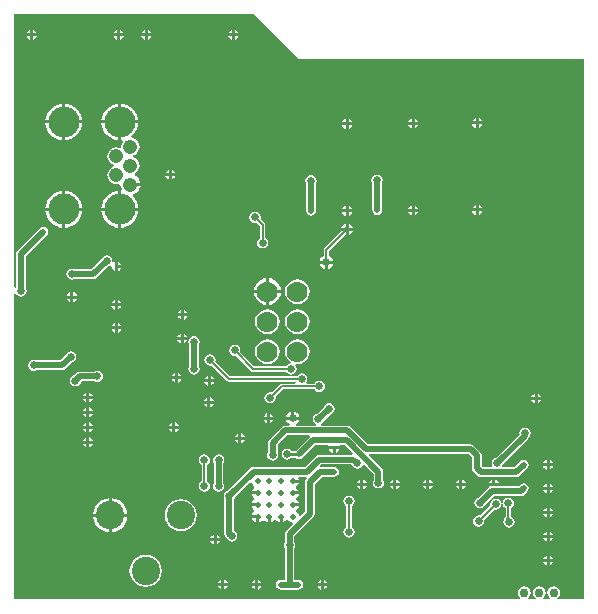
<source format=gbl>
G04*
G04 #@! TF.GenerationSoftware,Altium Limited,Altium Designer,19.1.8 (144)*
G04*
G04 Layer_Physical_Order=2*
G04 Layer_Color=16711680*
%FSLAX25Y25*%
%MOIN*%
G70*
G01*
G75*
%ADD12C,0.00600*%
%ADD14C,0.01000*%
%ADD16C,0.00000*%
%ADD66C,0.02000*%
%ADD67C,0.09449*%
%ADD68C,0.07000*%
%ADD69C,0.10299*%
%ADD70O,0.10299X0.10299*%
%ADD71C,0.04756*%
%ADD72C,0.02500*%
%ADD73C,0.03000*%
%ADD74C,0.02000*%
%ADD75C,0.01968*%
%ADD76C,0.01378*%
G36*
X95000Y180000D02*
X190000D01*
Y0D01*
X181187D01*
X181036Y500D01*
X181314Y686D01*
X181778Y1381D01*
X181941Y2200D01*
X181778Y3019D01*
X181314Y3714D01*
X180619Y4178D01*
X179800Y4341D01*
X178981Y4178D01*
X178286Y3714D01*
X177822Y3019D01*
X177659Y2200D01*
X177822Y1381D01*
X178286Y686D01*
X178564Y500D01*
X178413Y0D01*
X176387D01*
X176236Y500D01*
X176514Y686D01*
X176978Y1381D01*
X177141Y2200D01*
X176978Y3019D01*
X176514Y3714D01*
X175819Y4178D01*
X175000Y4341D01*
X174181Y4178D01*
X173486Y3714D01*
X173022Y3019D01*
X172859Y2200D01*
X173022Y1381D01*
X173486Y686D01*
X173764Y500D01*
X173613Y0D01*
X171352D01*
X171200Y500D01*
X171479Y686D01*
X171943Y1381D01*
X172106Y2200D01*
X171943Y3019D01*
X171479Y3714D01*
X170784Y4178D01*
X169965Y4341D01*
X169145Y4178D01*
X168450Y3714D01*
X167986Y3019D01*
X167823Y2200D01*
X167986Y1381D01*
X168450Y686D01*
X168729Y500D01*
X168577Y0D01*
X0D01*
Y101831D01*
X251Y101912D01*
X500Y101914D01*
X866Y101366D01*
X1478Y100957D01*
X2200Y100814D01*
X2922Y100957D01*
X3534Y101366D01*
X3943Y101978D01*
X4086Y102700D01*
X3943Y103422D01*
X3831Y103588D01*
Y114424D01*
X10753Y121346D01*
X11107Y121876D01*
X11231Y122500D01*
X11107Y123124D01*
X10753Y123653D01*
X10224Y124007D01*
X9600Y124131D01*
X8976Y124007D01*
X8446Y123653D01*
X1046Y116253D01*
X693Y115724D01*
X569Y115100D01*
Y103958D01*
X500Y103857D01*
X140Y103957D01*
X0Y104069D01*
Y195000D01*
X80000D01*
X95000Y180000D01*
D02*
G37*
%LPC*%
G36*
X73526Y189800D02*
Y188677D01*
X74649D01*
X74617Y188836D01*
X74244Y189395D01*
X73685Y189768D01*
X73526Y189800D01*
D02*
G37*
G36*
X72526D02*
X72367Y189768D01*
X71808Y189395D01*
X71435Y188836D01*
X71403Y188677D01*
X72526D01*
Y189800D01*
D02*
G37*
G36*
X44526D02*
Y188677D01*
X45649D01*
X45617Y188836D01*
X45244Y189395D01*
X44685Y189768D01*
X44526Y189800D01*
D02*
G37*
G36*
X43526D02*
X43367Y189768D01*
X42808Y189395D01*
X42435Y188836D01*
X42403Y188677D01*
X43526D01*
Y189800D01*
D02*
G37*
G36*
X35326D02*
Y188677D01*
X36449D01*
X36417Y188836D01*
X36044Y189395D01*
X35485Y189768D01*
X35326Y189800D01*
D02*
G37*
G36*
X34326D02*
X34167Y189768D01*
X33608Y189395D01*
X33235Y188836D01*
X33203Y188677D01*
X34326D01*
Y189800D01*
D02*
G37*
G36*
X6326D02*
Y188677D01*
X7449D01*
X7417Y188836D01*
X7044Y189395D01*
X6485Y189768D01*
X6326Y189800D01*
D02*
G37*
G36*
X5326D02*
X5167Y189768D01*
X4608Y189395D01*
X4235Y188836D01*
X4203Y188677D01*
X5326D01*
Y189800D01*
D02*
G37*
G36*
X74649Y187677D02*
X73526D01*
Y186555D01*
X73685Y186586D01*
X74244Y186960D01*
X74617Y187518D01*
X74649Y187677D01*
D02*
G37*
G36*
X72526D02*
X71403D01*
X71435Y187518D01*
X71808Y186960D01*
X72367Y186586D01*
X72526Y186555D01*
Y187677D01*
D02*
G37*
G36*
X45649D02*
X44526D01*
Y186555D01*
X44685Y186586D01*
X45244Y186960D01*
X45617Y187518D01*
X45649Y187677D01*
D02*
G37*
G36*
X43526D02*
X42403D01*
X42435Y187518D01*
X42808Y186960D01*
X43367Y186586D01*
X43526Y186555D01*
Y187677D01*
D02*
G37*
G36*
X36449D02*
X35326D01*
Y186555D01*
X35485Y186586D01*
X36044Y186960D01*
X36417Y187518D01*
X36449Y187677D01*
D02*
G37*
G36*
X34326D02*
X33203D01*
X33235Y187518D01*
X33608Y186960D01*
X34167Y186586D01*
X34326Y186555D01*
Y187677D01*
D02*
G37*
G36*
X7449D02*
X6326D01*
Y186555D01*
X6485Y186586D01*
X7044Y186960D01*
X7417Y187518D01*
X7449Y187677D01*
D02*
G37*
G36*
X5326D02*
X4203D01*
X4235Y187518D01*
X4608Y186960D01*
X5167Y186586D01*
X5326Y186555D01*
Y187677D01*
D02*
G37*
G36*
X35701Y165264D02*
Y159634D01*
X41331D01*
X41261Y160339D01*
X40910Y161499D01*
X40339Y162567D01*
X39570Y163503D01*
X38634Y164272D01*
X37565Y164843D01*
X36406Y165194D01*
X35701Y165264D01*
D02*
G37*
G36*
X17000D02*
Y159634D01*
X22630D01*
X22561Y160339D01*
X22209Y161499D01*
X21638Y162567D01*
X20869Y163503D01*
X19933Y164272D01*
X18865Y164843D01*
X17706Y165194D01*
X17000Y165264D01*
D02*
G37*
G36*
X34701D02*
X33995Y165194D01*
X32836Y164843D01*
X31768Y164272D01*
X30831Y163503D01*
X30063Y162567D01*
X29492Y161499D01*
X29140Y160339D01*
X29071Y159634D01*
X34701D01*
Y165264D01*
D02*
G37*
G36*
X16000D02*
X15294Y165194D01*
X14135Y164843D01*
X13067Y164272D01*
X12130Y163503D01*
X11362Y162567D01*
X10791Y161499D01*
X10439Y160339D01*
X10370Y159634D01*
X16000D01*
Y165264D01*
D02*
G37*
G36*
X154823Y160449D02*
Y159326D01*
X155945D01*
X155914Y159485D01*
X155541Y160044D01*
X154982Y160417D01*
X154823Y160449D01*
D02*
G37*
G36*
X153823D02*
X153664Y160417D01*
X153105Y160044D01*
X152732Y159485D01*
X152700Y159326D01*
X153823D01*
Y160449D01*
D02*
G37*
G36*
X133423Y160249D02*
Y159126D01*
X134545D01*
X134514Y159285D01*
X134141Y159844D01*
X133582Y160217D01*
X133423Y160249D01*
D02*
G37*
G36*
X132423D02*
X132264Y160217D01*
X131705Y159844D01*
X131332Y159285D01*
X131300Y159126D01*
X132423D01*
Y160249D01*
D02*
G37*
G36*
X111423Y160149D02*
Y159026D01*
X112545D01*
X112514Y159185D01*
X112141Y159744D01*
X111582Y160117D01*
X111423Y160149D01*
D02*
G37*
G36*
X110423D02*
X110264Y160117D01*
X109705Y159744D01*
X109332Y159185D01*
X109300Y159026D01*
X110423D01*
Y160149D01*
D02*
G37*
G36*
X155945Y158326D02*
X154823D01*
Y157203D01*
X154982Y157235D01*
X155541Y157608D01*
X155914Y158167D01*
X155945Y158326D01*
D02*
G37*
G36*
X153823D02*
X152700D01*
X152732Y158167D01*
X153105Y157608D01*
X153664Y157235D01*
X153823Y157203D01*
Y158326D01*
D02*
G37*
G36*
X134545Y158126D02*
X133423D01*
Y157003D01*
X133582Y157035D01*
X134141Y157408D01*
X134514Y157967D01*
X134545Y158126D01*
D02*
G37*
G36*
X132423D02*
X131300D01*
X131332Y157967D01*
X131705Y157408D01*
X132264Y157035D01*
X132423Y157003D01*
Y158126D01*
D02*
G37*
G36*
X112545Y158026D02*
X111423D01*
Y156903D01*
X111582Y156935D01*
X112141Y157308D01*
X112514Y157867D01*
X112545Y158026D01*
D02*
G37*
G36*
X110423D02*
X109300D01*
X109332Y157867D01*
X109705Y157308D01*
X110264Y156935D01*
X110423Y156903D01*
Y158026D01*
D02*
G37*
G36*
X22630Y158634D02*
X17000D01*
Y153004D01*
X17706Y153073D01*
X18865Y153425D01*
X19933Y153996D01*
X20869Y154764D01*
X21638Y155701D01*
X22209Y156769D01*
X22561Y157928D01*
X22630Y158634D01*
D02*
G37*
G36*
X34701D02*
X29071D01*
X29140Y157928D01*
X29492Y156769D01*
X30063Y155701D01*
X30831Y154764D01*
X31768Y153996D01*
X32836Y153425D01*
X33995Y153073D01*
X34701Y153004D01*
Y158634D01*
D02*
G37*
G36*
X16000D02*
X10370D01*
X10439Y157928D01*
X10791Y156769D01*
X11362Y155701D01*
X12130Y154764D01*
X13067Y153996D01*
X14135Y153425D01*
X15294Y153073D01*
X16000Y153004D01*
Y158634D01*
D02*
G37*
G36*
X41331D02*
X35701D01*
Y153004D01*
X36025Y153036D01*
X36290Y152559D01*
X36143Y152368D01*
X35843Y151644D01*
X35740Y150866D01*
X35758Y150735D01*
X35296Y150411D01*
X34797Y150618D01*
X34020Y150720D01*
X33242Y150618D01*
X32518Y150318D01*
X31896Y149840D01*
X31418Y149218D01*
X31118Y148494D01*
X31016Y147716D01*
X31118Y146939D01*
X31418Y146215D01*
X31896Y145593D01*
X32518Y145115D01*
X33242Y144815D01*
Y144319D01*
X32518Y144019D01*
X31896Y143541D01*
X31418Y142919D01*
X31118Y142195D01*
X31016Y141417D01*
X31118Y140640D01*
X31418Y139916D01*
X31896Y139293D01*
X32518Y138816D01*
X33242Y138516D01*
X34020Y138414D01*
X34797Y138516D01*
X34941Y138575D01*
X35063Y138481D01*
X35346Y138202D01*
X35453Y137386D01*
X35768Y136626D01*
X35701Y136470D01*
Y130500D01*
X41331D01*
X41261Y131205D01*
X40910Y132365D01*
X40339Y133433D01*
X39570Y134370D01*
X39426Y134488D01*
X39564Y134968D01*
X39626Y134977D01*
X40448Y135317D01*
X41153Y135859D01*
X41695Y136564D01*
X42035Y137386D01*
X42085Y137768D01*
X38744D01*
Y138768D01*
X42085D01*
X42035Y139149D01*
X41695Y139971D01*
X41153Y140677D01*
X40448Y141218D01*
X40098Y141363D01*
X40098Y141904D01*
X40246Y141966D01*
X40868Y142443D01*
X41345Y143065D01*
X41645Y143790D01*
X41748Y144567D01*
X41645Y145344D01*
X41345Y146069D01*
X40868Y146691D01*
X40246Y147168D01*
X39522Y147468D01*
Y147965D01*
X40246Y148265D01*
X40868Y148742D01*
X41345Y149364D01*
X41645Y150089D01*
X41748Y150866D01*
X41645Y151644D01*
X41345Y152368D01*
X40868Y152990D01*
X40246Y153467D01*
X39522Y153767D01*
X39196Y153810D01*
X39046Y154334D01*
X39570Y154764D01*
X40339Y155701D01*
X40910Y156769D01*
X41261Y157928D01*
X41331Y158634D01*
D02*
G37*
G36*
X52500Y143223D02*
Y142100D01*
X53623D01*
X53591Y142259D01*
X53218Y142818D01*
X52659Y143191D01*
X52500Y143223D01*
D02*
G37*
G36*
X51500D02*
X51341Y143191D01*
X50782Y142818D01*
X50409Y142259D01*
X50377Y142100D01*
X51500D01*
Y143223D01*
D02*
G37*
G36*
X53623Y141100D02*
X52500D01*
Y139977D01*
X52659Y140009D01*
X53218Y140382D01*
X53591Y140941D01*
X53623Y141100D01*
D02*
G37*
G36*
X51500D02*
X50377D01*
X50409Y140941D01*
X50782Y140382D01*
X51341Y140009D01*
X51500Y139977D01*
Y141100D01*
D02*
G37*
G36*
X17000Y136130D02*
Y130500D01*
X22630D01*
X22561Y131205D01*
X22209Y132365D01*
X21638Y133433D01*
X20869Y134370D01*
X19933Y135138D01*
X18865Y135709D01*
X17706Y136061D01*
X17000Y136130D01*
D02*
G37*
G36*
X34701D02*
X33995Y136061D01*
X32836Y135709D01*
X31768Y135138D01*
X30831Y134370D01*
X30063Y133433D01*
X29492Y132365D01*
X29140Y131205D01*
X29071Y130500D01*
X34701D01*
Y136130D01*
D02*
G37*
G36*
X16000D02*
X15294Y136061D01*
X14135Y135709D01*
X13067Y135138D01*
X12130Y134370D01*
X11362Y133433D01*
X10791Y132365D01*
X10439Y131205D01*
X10370Y130500D01*
X16000D01*
Y136130D01*
D02*
G37*
G36*
X154823Y131449D02*
Y130326D01*
X155945D01*
X155914Y130485D01*
X155541Y131044D01*
X154982Y131417D01*
X154823Y131449D01*
D02*
G37*
G36*
X153823D02*
X153664Y131417D01*
X153105Y131044D01*
X152732Y130485D01*
X152700Y130326D01*
X153823D01*
Y131449D01*
D02*
G37*
G36*
X133423Y131249D02*
Y130126D01*
X134545D01*
X134514Y130285D01*
X134141Y130844D01*
X133582Y131217D01*
X133423Y131249D01*
D02*
G37*
G36*
X132423D02*
X132264Y131217D01*
X131705Y130844D01*
X131332Y130285D01*
X131300Y130126D01*
X132423D01*
Y131249D01*
D02*
G37*
G36*
X111423Y131149D02*
Y130026D01*
X112545D01*
X112514Y130185D01*
X112141Y130744D01*
X111582Y131117D01*
X111423Y131149D01*
D02*
G37*
G36*
X110423D02*
X110264Y131117D01*
X109705Y130744D01*
X109332Y130185D01*
X109300Y130026D01*
X110423D01*
Y131149D01*
D02*
G37*
G36*
X155945Y129326D02*
X154823D01*
Y128203D01*
X154982Y128235D01*
X155541Y128608D01*
X155914Y129167D01*
X155945Y129326D01*
D02*
G37*
G36*
X153823D02*
X152700D01*
X152732Y129167D01*
X153105Y128608D01*
X153664Y128235D01*
X153823Y128203D01*
Y129326D01*
D02*
G37*
G36*
X134545Y129126D02*
X133423D01*
Y128003D01*
X133582Y128035D01*
X134141Y128408D01*
X134514Y128967D01*
X134545Y129126D01*
D02*
G37*
G36*
X132423D02*
X131300D01*
X131332Y128967D01*
X131705Y128408D01*
X132264Y128035D01*
X132423Y128003D01*
Y129126D01*
D02*
G37*
G36*
X120923Y141563D02*
X120201Y141420D01*
X119589Y141011D01*
X119180Y140399D01*
X119037Y139677D01*
X119180Y138955D01*
X119291Y138789D01*
Y129626D01*
X119416Y129002D01*
X119769Y128472D01*
X120299Y128119D01*
X120923Y127995D01*
X121547Y128119D01*
X122076Y128472D01*
X122430Y129002D01*
X122554Y129626D01*
Y138789D01*
X122666Y138955D01*
X122809Y139677D01*
X122666Y140399D01*
X122257Y141011D01*
X121645Y141420D01*
X120923Y141563D01*
D02*
G37*
G36*
X112545Y129026D02*
X111423D01*
Y127903D01*
X111582Y127935D01*
X112141Y128308D01*
X112514Y128867D01*
X112545Y129026D01*
D02*
G37*
G36*
X110423D02*
X109300D01*
X109332Y128867D01*
X109705Y128308D01*
X110264Y127935D01*
X110423Y127903D01*
Y129026D01*
D02*
G37*
G36*
X98923Y141463D02*
X98201Y141320D01*
X97589Y140911D01*
X97180Y140299D01*
X97037Y139577D01*
X97180Y138855D01*
X97291Y138689D01*
Y129526D01*
X97416Y128902D01*
X97769Y128373D01*
X98299Y128019D01*
X98923Y127895D01*
X99547Y128019D01*
X100076Y128373D01*
X100430Y128902D01*
X100554Y129526D01*
Y138689D01*
X100665Y138855D01*
X100809Y139577D01*
X100665Y140299D01*
X100257Y140911D01*
X99645Y141320D01*
X98923Y141463D01*
D02*
G37*
G36*
X111423Y125340D02*
Y123900D01*
X112863D01*
X112807Y124180D01*
X112365Y124842D01*
X111703Y125284D01*
X111423Y125340D01*
D02*
G37*
G36*
X110423D02*
X110143Y125284D01*
X109481Y124842D01*
X109039Y124180D01*
X108983Y123900D01*
X110423D01*
Y125340D01*
D02*
G37*
G36*
X41331Y129500D02*
X35701D01*
Y123870D01*
X36406Y123939D01*
X37565Y124291D01*
X38634Y124862D01*
X39570Y125630D01*
X40339Y126567D01*
X40910Y127635D01*
X41261Y128795D01*
X41331Y129500D01*
D02*
G37*
G36*
X22630D02*
X17000D01*
Y123870D01*
X17706Y123939D01*
X18865Y124291D01*
X19933Y124862D01*
X20869Y125630D01*
X21638Y126567D01*
X22209Y127635D01*
X22561Y128795D01*
X22630Y129500D01*
D02*
G37*
G36*
X34701D02*
X29071D01*
X29140Y128795D01*
X29492Y127635D01*
X30063Y126567D01*
X30831Y125630D01*
X31768Y124862D01*
X32836Y124291D01*
X33995Y123939D01*
X34701Y123870D01*
Y129500D01*
D02*
G37*
G36*
X16000D02*
X10370D01*
X10439Y128795D01*
X10791Y127635D01*
X11362Y126567D01*
X12130Y125630D01*
X13067Y124862D01*
X14135Y124291D01*
X15294Y123939D01*
X16000Y123870D01*
Y129500D01*
D02*
G37*
G36*
X112863Y122900D02*
X111423D01*
Y121460D01*
X111703Y121516D01*
X112365Y121958D01*
X112807Y122620D01*
X112863Y122900D01*
D02*
G37*
G36*
X110423D02*
X108983D01*
X109007Y122782D01*
X103351Y117126D01*
X103152Y116828D01*
X103082Y116477D01*
Y114493D01*
X102378Y114022D01*
X101881Y113278D01*
X101805Y112900D01*
X106195D01*
X106120Y113278D01*
X105622Y114022D01*
X104918Y114493D01*
Y116097D01*
X110304Y121484D01*
X110423Y121460D01*
Y122900D01*
D02*
G37*
G36*
X80300Y129186D02*
X79578Y129043D01*
X78966Y128634D01*
X78557Y128022D01*
X78414Y127300D01*
X78557Y126578D01*
X78966Y125966D01*
X79578Y125557D01*
X80300Y125414D01*
X80791Y125511D01*
X81882Y124420D01*
Y120512D01*
X81466Y120234D01*
X81057Y119622D01*
X80914Y118900D01*
X81057Y118178D01*
X81466Y117566D01*
X82078Y117157D01*
X82800Y117014D01*
X83522Y117157D01*
X84134Y117566D01*
X84543Y118178D01*
X84686Y118900D01*
X84543Y119622D01*
X84134Y120234D01*
X83718Y120512D01*
Y124800D01*
X83648Y125151D01*
X83449Y125449D01*
X82089Y126809D01*
X82186Y127300D01*
X82043Y128022D01*
X81634Y128634D01*
X81022Y129043D01*
X80300Y129186D01*
D02*
G37*
G36*
X34600Y112638D02*
Y111516D01*
X35723D01*
X35691Y111675D01*
X35318Y112233D01*
X34759Y112607D01*
X34600Y112638D01*
D02*
G37*
G36*
X106195Y111900D02*
X104500D01*
Y110205D01*
X104878Y110281D01*
X105622Y110778D01*
X106120Y111522D01*
X106195Y111900D01*
D02*
G37*
G36*
X103500D02*
X101805D01*
X101881Y111522D01*
X102378Y110778D01*
X103122Y110281D01*
X103500Y110205D01*
Y111900D01*
D02*
G37*
G36*
X35723Y110516D02*
X34600D01*
Y109393D01*
X34759Y109425D01*
X35318Y109798D01*
X35691Y110357D01*
X35723Y110516D01*
D02*
G37*
G36*
X30750Y114636D02*
X30028Y114493D01*
X29416Y114084D01*
X29007Y113472D01*
X28968Y113275D01*
X25724Y110031D01*
X20088D01*
X19922Y110143D01*
X19200Y110286D01*
X18478Y110143D01*
X17866Y109734D01*
X17457Y109122D01*
X17314Y108400D01*
X17457Y107678D01*
X17866Y107066D01*
X18478Y106657D01*
X19200Y106514D01*
X19922Y106657D01*
X20088Y106769D01*
X26400D01*
X27024Y106893D01*
X27553Y107246D01*
X31275Y110968D01*
X31472Y111007D01*
X31927Y111311D01*
X32381Y111029D01*
X32378Y111016D01*
X32509Y110357D01*
X32882Y109798D01*
X33441Y109425D01*
X33600Y109393D01*
Y111016D01*
Y112638D01*
X33441Y112607D01*
X33068Y112357D01*
X32618Y112658D01*
X32636Y112750D01*
X32493Y113472D01*
X32084Y114084D01*
X31472Y114493D01*
X30750Y114636D01*
D02*
G37*
G36*
X84900Y107073D02*
Y103100D01*
X88873D01*
X88784Y103775D01*
X88331Y104869D01*
X87609Y105809D01*
X86669Y106531D01*
X85575Y106984D01*
X84900Y107073D01*
D02*
G37*
G36*
X83900D02*
X83225Y106984D01*
X82131Y106531D01*
X81191Y105809D01*
X80469Y104869D01*
X80016Y103775D01*
X79927Y103100D01*
X83900D01*
Y107073D01*
D02*
G37*
G36*
X19700Y102402D02*
Y101279D01*
X20823D01*
X20791Y101438D01*
X20418Y101997D01*
X19859Y102371D01*
X19700Y102402D01*
D02*
G37*
G36*
X18700D02*
X18541Y102371D01*
X17982Y101997D01*
X17609Y101438D01*
X17577Y101279D01*
X18700D01*
Y102402D01*
D02*
G37*
G36*
X20823Y100279D02*
X19700D01*
Y99157D01*
X19859Y99189D01*
X20418Y99562D01*
X20791Y100120D01*
X20823Y100279D01*
D02*
G37*
G36*
X18700D02*
X17577D01*
X17609Y100120D01*
X17982Y99562D01*
X18541Y99189D01*
X18700Y99157D01*
Y100279D01*
D02*
G37*
G36*
X34500Y99843D02*
Y98721D01*
X35623D01*
X35591Y98879D01*
X35218Y99438D01*
X34659Y99812D01*
X34500Y99843D01*
D02*
G37*
G36*
X33500D02*
X33341Y99812D01*
X32782Y99438D01*
X32409Y98879D01*
X32377Y98721D01*
X33500D01*
Y99843D01*
D02*
G37*
G36*
X94400Y106735D02*
X93330Y106595D01*
X92332Y106181D01*
X91476Y105524D01*
X90819Y104668D01*
X90405Y103670D01*
X90265Y102600D01*
X90405Y101530D01*
X90819Y100532D01*
X91476Y99676D01*
X92332Y99019D01*
X93330Y98606D01*
X94400Y98465D01*
X95470Y98606D01*
X96468Y99019D01*
X97324Y99676D01*
X97981Y100532D01*
X98395Y101530D01*
X98535Y102600D01*
X98395Y103670D01*
X97981Y104668D01*
X97324Y105524D01*
X96468Y106181D01*
X95470Y106595D01*
X94400Y106735D01*
D02*
G37*
G36*
X88873Y102100D02*
X84900D01*
Y98127D01*
X85575Y98216D01*
X86669Y98669D01*
X87609Y99391D01*
X88331Y100331D01*
X88784Y101425D01*
X88873Y102100D01*
D02*
G37*
G36*
X83900D02*
X79927D01*
X80016Y101425D01*
X80469Y100331D01*
X81191Y99391D01*
X82131Y98669D01*
X83225Y98216D01*
X83900Y98127D01*
Y102100D01*
D02*
G37*
G36*
X35623Y97720D02*
X34500D01*
Y96598D01*
X34659Y96630D01*
X35218Y97003D01*
X35591Y97562D01*
X35623Y97720D01*
D02*
G37*
G36*
X33500D02*
X32377D01*
X32409Y97562D01*
X32782Y97003D01*
X33341Y96630D01*
X33500Y96598D01*
Y97720D01*
D02*
G37*
G36*
X56600Y96523D02*
Y95400D01*
X57723D01*
X57691Y95559D01*
X57318Y96118D01*
X56759Y96491D01*
X56600Y96523D01*
D02*
G37*
G36*
X55600D02*
X55441Y96491D01*
X54882Y96118D01*
X54509Y95559D01*
X54477Y95400D01*
X55600D01*
Y96523D01*
D02*
G37*
G36*
X57723Y94400D02*
X56600D01*
Y93277D01*
X56759Y93309D01*
X57318Y93682D01*
X57691Y94241D01*
X57723Y94400D01*
D02*
G37*
G36*
X55600D02*
X54477D01*
X54509Y94241D01*
X54882Y93682D01*
X55441Y93309D01*
X55600Y93277D01*
Y94400D01*
D02*
G37*
G36*
X34600Y92166D02*
Y91043D01*
X35723D01*
X35691Y91202D01*
X35318Y91761D01*
X34759Y92134D01*
X34600Y92166D01*
D02*
G37*
G36*
X33600D02*
X33441Y92134D01*
X32882Y91761D01*
X32509Y91202D01*
X32477Y91043D01*
X33600D01*
Y92166D01*
D02*
G37*
G36*
X35723Y90043D02*
X34600D01*
Y88921D01*
X34759Y88952D01*
X35318Y89326D01*
X35691Y89884D01*
X35723Y90043D01*
D02*
G37*
G36*
X33600D02*
X32477D01*
X32509Y89884D01*
X32882Y89326D01*
X33441Y88952D01*
X33600Y88921D01*
Y90043D01*
D02*
G37*
G36*
X94400Y96735D02*
X93330Y96595D01*
X92332Y96181D01*
X91476Y95524D01*
X90819Y94668D01*
X90405Y93670D01*
X90265Y92600D01*
X90405Y91530D01*
X90819Y90532D01*
X91476Y89676D01*
X92332Y89019D01*
X93330Y88605D01*
X94400Y88465D01*
X95470Y88605D01*
X96468Y89019D01*
X97324Y89676D01*
X97981Y90532D01*
X98395Y91530D01*
X98535Y92600D01*
X98395Y93670D01*
X97981Y94668D01*
X97324Y95524D01*
X96468Y96181D01*
X95470Y96595D01*
X94400Y96735D01*
D02*
G37*
G36*
X84400D02*
X83330Y96595D01*
X82332Y96181D01*
X81476Y95524D01*
X80819Y94668D01*
X80405Y93670D01*
X80265Y92600D01*
X80405Y91530D01*
X80819Y90532D01*
X81476Y89676D01*
X82332Y89019D01*
X83330Y88605D01*
X84400Y88465D01*
X85470Y88605D01*
X86468Y89019D01*
X87324Y89676D01*
X87981Y90532D01*
X88394Y91530D01*
X88535Y92600D01*
X88394Y93670D01*
X87981Y94668D01*
X87324Y95524D01*
X86468Y96181D01*
X85470Y96595D01*
X84400Y96735D01*
D02*
G37*
G36*
X56500Y88623D02*
Y87500D01*
X57623D01*
X57591Y87659D01*
X57218Y88218D01*
X56659Y88591D01*
X56500Y88623D01*
D02*
G37*
G36*
X55500D02*
X55341Y88591D01*
X54782Y88218D01*
X54409Y87659D01*
X54377Y87500D01*
X55500D01*
Y88623D01*
D02*
G37*
G36*
X57623Y86500D02*
X56500D01*
Y85377D01*
X56659Y85409D01*
X57218Y85782D01*
X57591Y86341D01*
X57623Y86500D01*
D02*
G37*
G36*
X55500D02*
X54377D01*
X54409Y86341D01*
X54782Y85782D01*
X55341Y85409D01*
X55500Y85377D01*
Y86500D01*
D02*
G37*
G36*
X18800Y82686D02*
X18078Y82543D01*
X17466Y82134D01*
X17057Y81522D01*
X17018Y81325D01*
X15324Y79631D01*
X7388D01*
X7222Y79743D01*
X6500Y79886D01*
X5778Y79743D01*
X5166Y79334D01*
X4757Y78722D01*
X4614Y78000D01*
X4757Y77278D01*
X5166Y76666D01*
X5778Y76257D01*
X6500Y76114D01*
X7222Y76257D01*
X7388Y76369D01*
X16000D01*
X16624Y76493D01*
X17154Y76846D01*
X19325Y79018D01*
X19522Y79057D01*
X20134Y79466D01*
X20543Y80078D01*
X20686Y80800D01*
X20543Y81522D01*
X20134Y82134D01*
X19522Y82543D01*
X18800Y82686D01*
D02*
G37*
G36*
X84400Y86735D02*
X83330Y86594D01*
X82332Y86181D01*
X81476Y85524D01*
X80819Y84668D01*
X80405Y83670D01*
X80265Y82600D01*
X80405Y81530D01*
X80819Y80532D01*
X81476Y79676D01*
X82332Y79019D01*
X83330Y78606D01*
X84400Y78465D01*
X85470Y78606D01*
X86468Y79019D01*
X87324Y79676D01*
X87981Y80532D01*
X88394Y81530D01*
X88535Y82600D01*
X88394Y83670D01*
X87981Y84668D01*
X87324Y85524D01*
X86468Y86181D01*
X85470Y86594D01*
X84400Y86735D01*
D02*
G37*
G36*
X94400D02*
X93330Y86594D01*
X92332Y86181D01*
X91476Y85524D01*
X90819Y84668D01*
X90405Y83670D01*
X90265Y82600D01*
X90405Y81530D01*
X90819Y80532D01*
X91476Y79676D01*
X92142Y79165D01*
X92017Y78630D01*
X91578Y78543D01*
X90966Y78134D01*
X90688Y77718D01*
X80080D01*
X75289Y82509D01*
X75386Y83000D01*
X75243Y83722D01*
X74834Y84334D01*
X74222Y84743D01*
X73500Y84886D01*
X72778Y84743D01*
X72166Y84334D01*
X71757Y83722D01*
X71614Y83000D01*
X71757Y82278D01*
X72166Y81666D01*
X72778Y81257D01*
X73500Y81114D01*
X73991Y81211D01*
X79051Y76151D01*
X79349Y75952D01*
X79700Y75882D01*
X90688D01*
X90966Y75466D01*
X91578Y75057D01*
X92300Y74914D01*
X93022Y75057D01*
X93634Y75466D01*
X94043Y76078D01*
X94186Y76800D01*
X94043Y77522D01*
X93687Y78054D01*
X93798Y78354D01*
X93927Y78527D01*
X94400Y78465D01*
X95470Y78606D01*
X96468Y79019D01*
X97324Y79676D01*
X97981Y80532D01*
X98395Y81530D01*
X98535Y82600D01*
X98395Y83670D01*
X97981Y84668D01*
X97324Y85524D01*
X96468Y86181D01*
X95470Y86594D01*
X94400Y86735D01*
D02*
G37*
G36*
X59900Y87786D02*
X59178Y87643D01*
X58566Y87234D01*
X58157Y86622D01*
X58014Y85900D01*
X58157Y85178D01*
X58269Y85012D01*
Y77688D01*
X58157Y77522D01*
X58014Y76800D01*
X58157Y76078D01*
X58566Y75466D01*
X59178Y75057D01*
X59900Y74914D01*
X60622Y75057D01*
X61234Y75466D01*
X61643Y76078D01*
X61786Y76800D01*
X61643Y77522D01*
X61531Y77688D01*
Y85012D01*
X61643Y85178D01*
X61786Y85900D01*
X61643Y86622D01*
X61234Y87234D01*
X60622Y87643D01*
X59900Y87786D01*
D02*
G37*
G36*
X54600Y75523D02*
Y74400D01*
X55723D01*
X55691Y74559D01*
X55318Y75118D01*
X54759Y75491D01*
X54600Y75523D01*
D02*
G37*
G36*
X53600D02*
X53441Y75491D01*
X52882Y75118D01*
X52509Y74559D01*
X52477Y74400D01*
X53600D01*
Y75523D01*
D02*
G37*
G36*
X65500Y74523D02*
Y73400D01*
X66623D01*
X66591Y73559D01*
X66218Y74118D01*
X65659Y74491D01*
X65500Y74523D01*
D02*
G37*
G36*
X64500D02*
X64341Y74491D01*
X63782Y74118D01*
X63409Y73559D01*
X63377Y73400D01*
X64500D01*
Y74523D01*
D02*
G37*
G36*
X27700Y76186D02*
X26978Y76043D01*
X26812Y75931D01*
X21800D01*
X21176Y75807D01*
X20647Y75454D01*
X19875Y74682D01*
X19678Y74643D01*
X19066Y74234D01*
X18657Y73622D01*
X18514Y72900D01*
X18657Y72178D01*
X19066Y71566D01*
X19678Y71157D01*
X20400Y71014D01*
X21122Y71157D01*
X21734Y71566D01*
X22143Y72178D01*
X22182Y72375D01*
X22476Y72669D01*
X26812D01*
X26978Y72557D01*
X27700Y72414D01*
X28422Y72557D01*
X29034Y72966D01*
X29443Y73578D01*
X29586Y74300D01*
X29443Y75022D01*
X29034Y75634D01*
X28422Y76043D01*
X27700Y76186D01*
D02*
G37*
G36*
X55723Y73400D02*
X54600D01*
Y72277D01*
X54759Y72309D01*
X55318Y72682D01*
X55691Y73241D01*
X55723Y73400D01*
D02*
G37*
G36*
X53600D02*
X52477D01*
X52509Y73241D01*
X52882Y72682D01*
X53441Y72309D01*
X53600Y72277D01*
Y73400D01*
D02*
G37*
G36*
X66623Y72400D02*
X65500D01*
Y71277D01*
X65659Y71309D01*
X66218Y71682D01*
X66591Y72241D01*
X66623Y72400D01*
D02*
G37*
G36*
X64500D02*
X63377D01*
X63409Y72241D01*
X63782Y71682D01*
X64341Y71309D01*
X64500Y71277D01*
Y72400D01*
D02*
G37*
G36*
X65200Y81686D02*
X64478Y81543D01*
X63866Y81134D01*
X63457Y80522D01*
X63314Y79800D01*
X63457Y79078D01*
X63866Y78466D01*
X64478Y78057D01*
X65200Y77914D01*
X65691Y78011D01*
X70848Y72854D01*
X71146Y72655D01*
X71497Y72585D01*
X93823D01*
X93923Y72418D01*
X93640Y71918D01*
X89100D01*
X88749Y71848D01*
X88451Y71649D01*
X85791Y68989D01*
X85300Y69086D01*
X84578Y68943D01*
X83966Y68534D01*
X83557Y67922D01*
X83414Y67200D01*
X83557Y66478D01*
X83966Y65866D01*
X84578Y65457D01*
X85300Y65314D01*
X86022Y65457D01*
X86634Y65866D01*
X87043Y66478D01*
X87186Y67200D01*
X87089Y67691D01*
X89480Y70082D01*
X100088D01*
X100366Y69666D01*
X100978Y69257D01*
X101700Y69114D01*
X102422Y69257D01*
X103034Y69666D01*
X103443Y70278D01*
X103586Y71000D01*
X103443Y71722D01*
X103034Y72334D01*
X102422Y72743D01*
X101700Y72886D01*
X100978Y72743D01*
X100366Y72334D01*
X100088Y71918D01*
X97567D01*
X97300Y72418D01*
X97543Y72781D01*
X97686Y73503D01*
X97543Y74225D01*
X97134Y74837D01*
X96522Y75246D01*
X95800Y75389D01*
X95078Y75246D01*
X94466Y74837D01*
X94188Y74421D01*
X71877D01*
X66989Y79309D01*
X67086Y79800D01*
X66943Y80522D01*
X66534Y81134D01*
X65922Y81543D01*
X65200Y81686D01*
D02*
G37*
G36*
X25000Y68923D02*
Y67800D01*
X26123D01*
X26091Y67959D01*
X25718Y68518D01*
X25159Y68891D01*
X25000Y68923D01*
D02*
G37*
G36*
X24000D02*
X23841Y68891D01*
X23282Y68518D01*
X22909Y67959D01*
X22877Y67800D01*
X24000D01*
Y68923D01*
D02*
G37*
G36*
X174500Y68623D02*
Y67500D01*
X175623D01*
X175591Y67659D01*
X175218Y68218D01*
X174659Y68591D01*
X174500Y68623D01*
D02*
G37*
G36*
X173500D02*
X173341Y68591D01*
X172782Y68218D01*
X172409Y67659D01*
X172377Y67500D01*
X173500D01*
Y68623D01*
D02*
G37*
G36*
X65400Y67323D02*
Y66200D01*
X66523D01*
X66491Y66359D01*
X66118Y66918D01*
X65559Y67291D01*
X65400Y67323D01*
D02*
G37*
G36*
X64400D02*
X64241Y67291D01*
X63682Y66918D01*
X63309Y66359D01*
X63277Y66200D01*
X64400D01*
Y67323D01*
D02*
G37*
G36*
X26123Y66800D02*
X25000D01*
Y65677D01*
X25159Y65709D01*
X25718Y66082D01*
X26091Y66641D01*
X26123Y66800D01*
D02*
G37*
G36*
X24000D02*
X22877D01*
X22909Y66641D01*
X23282Y66082D01*
X23841Y65709D01*
X24000Y65677D01*
Y66800D01*
D02*
G37*
G36*
X175623Y66500D02*
X174500D01*
Y65377D01*
X174659Y65409D01*
X175218Y65782D01*
X175591Y66341D01*
X175623Y66500D01*
D02*
G37*
G36*
X173500D02*
X172377D01*
X172409Y66341D01*
X172782Y65782D01*
X173341Y65409D01*
X173500Y65377D01*
Y66500D01*
D02*
G37*
G36*
X66523Y65200D02*
X65400D01*
Y64077D01*
X65559Y64109D01*
X66118Y64482D01*
X66491Y65041D01*
X66523Y65200D01*
D02*
G37*
G36*
X64400D02*
X63277D01*
X63309Y65041D01*
X63682Y64482D01*
X64241Y64109D01*
X64400Y64077D01*
Y65200D01*
D02*
G37*
G36*
X25000Y64023D02*
Y62900D01*
X26123D01*
X26091Y63059D01*
X25718Y63618D01*
X25159Y63991D01*
X25000Y64023D01*
D02*
G37*
G36*
X24000D02*
X23841Y63991D01*
X23282Y63618D01*
X22909Y63059D01*
X22877Y62900D01*
X24000D01*
Y64023D01*
D02*
G37*
G36*
X93300Y62630D02*
Y60935D01*
X94995D01*
X94919Y61313D01*
X94422Y62058D01*
X93678Y62555D01*
X93300Y62630D01*
D02*
G37*
G36*
X92300D02*
X91922Y62555D01*
X91178Y62058D01*
X90681Y61313D01*
X90605Y60935D01*
X92300D01*
Y62630D01*
D02*
G37*
G36*
X85200Y61993D02*
Y60871D01*
X86323D01*
X86291Y61030D01*
X85918Y61589D01*
X85359Y61962D01*
X85200Y61993D01*
D02*
G37*
G36*
X84200D02*
X84041Y61962D01*
X83482Y61589D01*
X83109Y61030D01*
X83077Y60871D01*
X84200D01*
Y61993D01*
D02*
G37*
G36*
X26123Y61900D02*
X25000D01*
Y60777D01*
X25159Y60809D01*
X25718Y61182D01*
X26091Y61741D01*
X26123Y61900D01*
D02*
G37*
G36*
X24000D02*
X22877D01*
X22909Y61741D01*
X23282Y61182D01*
X23841Y60809D01*
X24000Y60777D01*
Y61900D01*
D02*
G37*
G36*
X86323Y59871D02*
X85200D01*
Y58748D01*
X85359Y58780D01*
X85918Y59153D01*
X86291Y59712D01*
X86323Y59871D01*
D02*
G37*
G36*
X84200D02*
X83077D01*
X83109Y59712D01*
X83482Y59153D01*
X84041Y58780D01*
X84200Y58748D01*
Y59871D01*
D02*
G37*
G36*
X104900Y65486D02*
X104178Y65343D01*
X103566Y64934D01*
X103157Y64322D01*
X103118Y64125D01*
X100875Y61882D01*
X100678Y61843D01*
X100066Y61434D01*
X99657Y60822D01*
X99514Y60100D01*
X99657Y59378D01*
X100066Y58766D01*
X100567Y58431D01*
X100452Y57931D01*
X94002D01*
X93851Y58431D01*
X94422Y58813D01*
X94919Y59557D01*
X94995Y59935D01*
X90605D01*
X90681Y59557D01*
X91178Y58813D01*
X91749Y58431D01*
X91598Y57931D01*
X90400D01*
X89776Y57807D01*
X89246Y57454D01*
X84998Y53205D01*
X84644Y52676D01*
X84520Y52052D01*
Y49040D01*
X84409Y48873D01*
X84265Y48151D01*
X84409Y47430D01*
X84818Y46818D01*
X85430Y46409D01*
X86151Y46265D01*
X86873Y46409D01*
X87485Y46818D01*
X87894Y47430D01*
X88038Y48151D01*
X87894Y48873D01*
X87783Y49040D01*
Y51376D01*
X91076Y54669D01*
X98317D01*
X98469Y54169D01*
X98447Y54154D01*
X93846Y49553D01*
X93825Y49522D01*
X92476D01*
X92334Y49734D01*
X91722Y50143D01*
X91000Y50286D01*
X90278Y50143D01*
X89666Y49734D01*
X89257Y49122D01*
X89114Y48400D01*
X89257Y47678D01*
X89666Y47066D01*
X90278Y46657D01*
X91000Y46514D01*
X91722Y46657D01*
X92334Y47066D01*
X92476Y47278D01*
X93825D01*
X93846Y47247D01*
X94376Y46893D01*
X95000Y46769D01*
X95624Y46893D01*
X96153Y47247D01*
X100276Y51369D01*
X104570D01*
X104819Y51035D01*
X108381D01*
X108630Y51369D01*
X110224D01*
X112862Y48731D01*
X112654Y48231D01*
X101600D01*
X101600Y48231D01*
X100976Y48107D01*
X100446Y47754D01*
X96824Y44131D01*
X79800D01*
X79176Y44007D01*
X78646Y43654D01*
X71175Y36182D01*
X70978Y36143D01*
X70366Y35734D01*
X69957Y35122D01*
X69814Y34400D01*
X69957Y33678D01*
X70069Y33512D01*
Y21900D01*
X70193Y21276D01*
X70547Y20746D01*
X70718Y20575D01*
X70757Y20378D01*
X71166Y19766D01*
X71778Y19357D01*
X72500Y19214D01*
X73222Y19357D01*
X73834Y19766D01*
X74243Y20378D01*
X74386Y21100D01*
X74243Y21822D01*
X73834Y22434D01*
X73331Y22770D01*
Y33512D01*
X73443Y33678D01*
X73482Y33875D01*
X78636Y39029D01*
X79179Y38865D01*
X79225Y38631D01*
X79664Y37975D01*
X80019Y37738D01*
Y37136D01*
X79664Y36899D01*
X79225Y36243D01*
X79171Y35969D01*
X81094D01*
Y34969D01*
X79171D01*
X79225Y34694D01*
X79664Y34038D01*
X80019Y33801D01*
Y33199D01*
X79664Y32962D01*
X79225Y32306D01*
X79171Y32032D01*
X81094D01*
Y31032D01*
X79171D01*
X79225Y30757D01*
X79664Y30101D01*
X80019Y29864D01*
Y29262D01*
X79664Y29025D01*
X79225Y28369D01*
X79171Y28095D01*
X81094D01*
Y27595D01*
X81595D01*
Y25671D01*
X81869Y25725D01*
X82525Y26164D01*
X82762Y26519D01*
X83364D01*
X83601Y26164D01*
X84257Y25725D01*
X84531Y25671D01*
Y27595D01*
X85532D01*
Y25671D01*
X85806Y25725D01*
X86462Y26164D01*
X86699Y26519D01*
X87301D01*
X87538Y26164D01*
X88194Y25725D01*
X88468Y25671D01*
Y27595D01*
X89468D01*
Y25671D01*
X89743Y25725D01*
X90399Y26164D01*
X90636Y26519D01*
X91238D01*
X91475Y26164D01*
X92131Y25725D01*
X92615Y25629D01*
X92779Y25087D01*
X90596Y22904D01*
X90243Y22374D01*
X90119Y21750D01*
Y18938D01*
X90007Y18772D01*
X89864Y18050D01*
X90007Y17328D01*
X90119Y17162D01*
Y6531D01*
X88835D01*
X88211Y6407D01*
X87682Y6053D01*
X87328Y5524D01*
X87204Y4900D01*
X87328Y4276D01*
X87682Y3746D01*
X88211Y3393D01*
X88835Y3269D01*
X94665D01*
X95289Y3393D01*
X95818Y3746D01*
X96172Y4276D01*
X96296Y4900D01*
X96172Y5524D01*
X95818Y6053D01*
X95289Y6407D01*
X94665Y6531D01*
X93381D01*
Y17162D01*
X93493Y17328D01*
X93636Y18050D01*
X93493Y18772D01*
X93381Y18938D01*
Y21074D01*
X99654Y27347D01*
X100007Y27876D01*
X100131Y28500D01*
Y38324D01*
X102640Y40833D01*
X106600D01*
X107224Y40957D01*
X107754Y41311D01*
X108107Y41840D01*
X108231Y42465D01*
X108107Y43089D01*
X107754Y43618D01*
X107224Y43972D01*
X106600Y44096D01*
X102110D01*
X101907Y44466D01*
X101889Y44582D01*
X102276Y44969D01*
X112389D01*
X112652Y44706D01*
X112657Y44678D01*
X113066Y44066D01*
X113678Y43657D01*
X114400Y43514D01*
X115122Y43657D01*
X115734Y44066D01*
X116143Y44678D01*
X116167Y44802D01*
X116646Y44947D01*
X119769Y41824D01*
Y39788D01*
X119657Y39622D01*
X119514Y38900D01*
X119657Y38178D01*
X120066Y37566D01*
X120678Y37157D01*
X121400Y37014D01*
X122122Y37157D01*
X122734Y37566D01*
X123143Y38178D01*
X123286Y38900D01*
X123143Y39622D01*
X123031Y39788D01*
Y42500D01*
X122907Y43124D01*
X122554Y43654D01*
X118200Y48007D01*
X118392Y48469D01*
X151424D01*
X152569Y47324D01*
Y43900D01*
X152693Y43276D01*
X153047Y42746D01*
X154546Y41247D01*
X155076Y40893D01*
X155700Y40769D01*
X167365D01*
X167989Y40893D01*
X168518Y41247D01*
X171018Y43747D01*
X171372Y44276D01*
X171496Y44900D01*
X171372Y45524D01*
X171018Y46053D01*
X170489Y46407D01*
X169865Y46531D01*
X169240Y46407D01*
X168711Y46053D01*
X166689Y44031D01*
X162912D01*
X162645Y44531D01*
X162743Y44678D01*
X162782Y44875D01*
X171358Y53451D01*
X171712Y53980D01*
X171769Y54268D01*
X172043Y54678D01*
X172186Y55400D01*
X172043Y56122D01*
X171634Y56734D01*
X171022Y57143D01*
X170300Y57286D01*
X169578Y57143D01*
X168966Y56734D01*
X168557Y56122D01*
X168414Y55400D01*
X168460Y55167D01*
X160475Y47182D01*
X160278Y47143D01*
X159666Y46734D01*
X159257Y46122D01*
X159114Y45400D01*
X159257Y44678D01*
X159355Y44531D01*
X159088Y44031D01*
X156376D01*
X155831Y44576D01*
Y48000D01*
X155707Y48624D01*
X155353Y49154D01*
X153253Y51253D01*
X152724Y51607D01*
X152100Y51731D01*
X117876D01*
X112153Y57454D01*
X111624Y57807D01*
X111000Y57931D01*
X102348D01*
X102233Y58431D01*
X102734Y58766D01*
X103143Y59378D01*
X103182Y59575D01*
X105425Y61818D01*
X105622Y61857D01*
X106234Y62266D01*
X106643Y62878D01*
X106786Y63600D01*
X106643Y64322D01*
X106234Y64934D01*
X105622Y65343D01*
X104900Y65486D01*
D02*
G37*
G36*
X53700Y59023D02*
Y57900D01*
X54823D01*
X54791Y58059D01*
X54418Y58618D01*
X53859Y58991D01*
X53700Y59023D01*
D02*
G37*
G36*
X52700D02*
X52541Y58991D01*
X51982Y58618D01*
X51609Y58059D01*
X51577Y57900D01*
X52700D01*
Y59023D01*
D02*
G37*
G36*
X25000D02*
Y57900D01*
X26123D01*
X26091Y58059D01*
X25718Y58618D01*
X25159Y58991D01*
X25000Y59023D01*
D02*
G37*
G36*
X24000D02*
X23841Y58991D01*
X23282Y58618D01*
X22909Y58059D01*
X22877Y57900D01*
X24000D01*
Y59023D01*
D02*
G37*
G36*
X54823Y56900D02*
X53700D01*
Y55777D01*
X53859Y55809D01*
X54418Y56182D01*
X54791Y56741D01*
X54823Y56900D01*
D02*
G37*
G36*
X52700D02*
X51577D01*
X51609Y56741D01*
X51982Y56182D01*
X52541Y55809D01*
X52700Y55777D01*
Y56900D01*
D02*
G37*
G36*
X26123D02*
X25000D01*
Y55777D01*
X25159Y55809D01*
X25718Y56182D01*
X26091Y56741D01*
X26123Y56900D01*
D02*
G37*
G36*
X24000D02*
X22877D01*
X22909Y56741D01*
X23282Y56182D01*
X23841Y55809D01*
X24000Y55777D01*
Y56900D01*
D02*
G37*
G36*
X75700Y55323D02*
Y54200D01*
X76823D01*
X76791Y54359D01*
X76418Y54918D01*
X75859Y55291D01*
X75700Y55323D01*
D02*
G37*
G36*
X74700D02*
X74541Y55291D01*
X73982Y54918D01*
X73609Y54359D01*
X73577Y54200D01*
X74700D01*
Y55323D01*
D02*
G37*
G36*
X25000Y54023D02*
Y52900D01*
X26123D01*
X26091Y53059D01*
X25718Y53618D01*
X25159Y53991D01*
X25000Y54023D01*
D02*
G37*
G36*
X24000D02*
X23841Y53991D01*
X23282Y53618D01*
X22909Y53059D01*
X22877Y52900D01*
X24000D01*
Y54023D01*
D02*
G37*
G36*
X76823Y53200D02*
X75700D01*
Y52077D01*
X75859Y52109D01*
X76418Y52482D01*
X76791Y53041D01*
X76823Y53200D01*
D02*
G37*
G36*
X74700D02*
X73577D01*
X73609Y53041D01*
X73982Y52482D01*
X74541Y52109D01*
X74700Y52077D01*
Y53200D01*
D02*
G37*
G36*
X26123Y51900D02*
X25000D01*
Y50777D01*
X25159Y50809D01*
X25718Y51182D01*
X26091Y51741D01*
X26123Y51900D01*
D02*
G37*
G36*
X24000D02*
X22877D01*
X22909Y51741D01*
X23282Y51182D01*
X23841Y50809D01*
X24000Y50777D01*
Y51900D01*
D02*
G37*
G36*
X108223Y50035D02*
X107100D01*
Y48913D01*
X107259Y48945D01*
X107818Y49318D01*
X108191Y49876D01*
X108223Y50035D01*
D02*
G37*
G36*
X106100D02*
X104977D01*
X105009Y49876D01*
X105382Y49318D01*
X105941Y48945D01*
X106100Y48913D01*
Y50035D01*
D02*
G37*
G36*
X178435Y46523D02*
Y45400D01*
X179558D01*
X179526Y45559D01*
X179153Y46118D01*
X178594Y46491D01*
X178435Y46523D01*
D02*
G37*
G36*
X177435D02*
X177276Y46491D01*
X176718Y46118D01*
X176345Y45559D01*
X176313Y45400D01*
X177435D01*
Y46523D01*
D02*
G37*
G36*
X179558Y44400D02*
X178435D01*
Y43277D01*
X178594Y43309D01*
X179153Y43682D01*
X179526Y44241D01*
X179558Y44400D01*
D02*
G37*
G36*
X177435D02*
X176313D01*
X176345Y44241D01*
X176718Y43682D01*
X177276Y43309D01*
X177435Y43277D01*
Y44400D01*
D02*
G37*
G36*
X160400Y39923D02*
Y38800D01*
X161523D01*
X161491Y38959D01*
X161118Y39518D01*
X160559Y39891D01*
X160400Y39923D01*
D02*
G37*
G36*
X159400D02*
X159241Y39891D01*
X158682Y39518D01*
X158309Y38959D01*
X158277Y38800D01*
X159400D01*
Y39923D01*
D02*
G37*
G36*
X149400D02*
Y38800D01*
X150523D01*
X150491Y38959D01*
X150118Y39518D01*
X149559Y39891D01*
X149400Y39923D01*
D02*
G37*
G36*
X148400D02*
X148241Y39891D01*
X147682Y39518D01*
X147309Y38959D01*
X147277Y38800D01*
X148400D01*
Y39923D01*
D02*
G37*
G36*
X138400D02*
Y38800D01*
X139523D01*
X139491Y38959D01*
X139118Y39518D01*
X138559Y39891D01*
X138400Y39923D01*
D02*
G37*
G36*
X137400D02*
X137241Y39891D01*
X136682Y39518D01*
X136309Y38959D01*
X136277Y38800D01*
X137400D01*
Y39923D01*
D02*
G37*
G36*
X127400D02*
Y38800D01*
X128523D01*
X128491Y38959D01*
X128118Y39518D01*
X127559Y39891D01*
X127400Y39923D01*
D02*
G37*
G36*
X126400D02*
X126241Y39891D01*
X125682Y39518D01*
X125309Y38959D01*
X125277Y38800D01*
X126400D01*
Y39923D01*
D02*
G37*
G36*
X116400D02*
Y38800D01*
X117523D01*
X117491Y38959D01*
X117118Y39518D01*
X116559Y39891D01*
X116400Y39923D01*
D02*
G37*
G36*
X115400D02*
X115241Y39891D01*
X114682Y39518D01*
X114309Y38959D01*
X114277Y38800D01*
X115400D01*
Y39923D01*
D02*
G37*
G36*
X169893Y38631D02*
X169269Y38507D01*
X168739Y38153D01*
X168228Y37642D01*
X161885D01*
X161756Y37800D01*
X158277D01*
X158309Y37641D01*
X158254Y37362D01*
X157957Y37165D01*
X154775Y33982D01*
X154578Y33943D01*
X153966Y33534D01*
X153557Y32922D01*
X153414Y32200D01*
X153557Y31478D01*
X153966Y30866D01*
X154578Y30457D01*
X155300Y30314D01*
X156022Y30457D01*
X156634Y30866D01*
X157043Y31478D01*
X157082Y31675D01*
X159787Y34380D01*
X168904D01*
X169528Y34504D01*
X170057Y34857D01*
X171046Y35846D01*
X171400Y36376D01*
X171524Y37000D01*
X171400Y37624D01*
X171046Y38153D01*
X170517Y38507D01*
X169893Y38631D01*
D02*
G37*
G36*
X178464Y38623D02*
Y37500D01*
X179586D01*
X179555Y37659D01*
X179182Y38218D01*
X178623Y38591D01*
X178464Y38623D01*
D02*
G37*
G36*
X177464D02*
X177305Y38591D01*
X176746Y38218D01*
X176373Y37659D01*
X176341Y37500D01*
X177464D01*
Y38623D01*
D02*
G37*
G36*
X150523Y37800D02*
X149400D01*
Y36677D01*
X149559Y36709D01*
X150118Y37082D01*
X150491Y37641D01*
X150523Y37800D01*
D02*
G37*
G36*
X148400D02*
X147277D01*
X147309Y37641D01*
X147682Y37082D01*
X148241Y36709D01*
X148400Y36677D01*
Y37800D01*
D02*
G37*
G36*
X139523D02*
X138400D01*
Y36677D01*
X138559Y36709D01*
X139118Y37082D01*
X139491Y37641D01*
X139523Y37800D01*
D02*
G37*
G36*
X137400D02*
X136277D01*
X136309Y37641D01*
X136682Y37082D01*
X137241Y36709D01*
X137400Y36677D01*
Y37800D01*
D02*
G37*
G36*
X128523D02*
X127400D01*
Y36677D01*
X127559Y36709D01*
X128118Y37082D01*
X128491Y37641D01*
X128523Y37800D01*
D02*
G37*
G36*
X126400D02*
X125277D01*
X125309Y37641D01*
X125682Y37082D01*
X126241Y36709D01*
X126400Y36677D01*
Y37800D01*
D02*
G37*
G36*
X117523D02*
X116400D01*
Y36677D01*
X116559Y36709D01*
X117118Y37082D01*
X117491Y37641D01*
X117523Y37800D01*
D02*
G37*
G36*
X115400D02*
X114277D01*
X114309Y37641D01*
X114682Y37082D01*
X115241Y36709D01*
X115400Y36677D01*
Y37800D01*
D02*
G37*
G36*
X68100Y48386D02*
X67378Y48243D01*
X66766Y47834D01*
X66357Y47222D01*
X66214Y46500D01*
X66357Y45778D01*
X66469Y45612D01*
Y38688D01*
X66357Y38522D01*
X66214Y37800D01*
X66357Y37078D01*
X66766Y36466D01*
X67378Y36057D01*
X68100Y35914D01*
X68822Y36057D01*
X69434Y36466D01*
X69843Y37078D01*
X69986Y37800D01*
X69843Y38522D01*
X69731Y38688D01*
Y45612D01*
X69843Y45778D01*
X69986Y46500D01*
X69843Y47222D01*
X69434Y47834D01*
X68822Y48243D01*
X68100Y48386D01*
D02*
G37*
G36*
X63400D02*
X62678Y48243D01*
X62066Y47834D01*
X61657Y47222D01*
X61514Y46500D01*
X61657Y45778D01*
X62066Y45166D01*
X62482Y44888D01*
Y39312D01*
X62066Y39034D01*
X61657Y38422D01*
X61514Y37700D01*
X61657Y36978D01*
X62066Y36366D01*
X62678Y35957D01*
X63400Y35814D01*
X64122Y35957D01*
X64734Y36366D01*
X65143Y36978D01*
X65286Y37700D01*
X65143Y38422D01*
X64734Y39034D01*
X64318Y39312D01*
Y44888D01*
X64734Y45166D01*
X65143Y45778D01*
X65286Y46500D01*
X65143Y47222D01*
X64734Y47834D01*
X64122Y48243D01*
X63400Y48386D01*
D02*
G37*
G36*
X179586Y36500D02*
X178464D01*
Y35377D01*
X178623Y35409D01*
X179182Y35782D01*
X179555Y36341D01*
X179586Y36500D01*
D02*
G37*
G36*
X177464D02*
X176341D01*
X176373Y36341D01*
X176746Y35782D01*
X177305Y35409D01*
X177464Y35377D01*
Y36500D01*
D02*
G37*
G36*
X164700Y33886D02*
X163978Y33743D01*
X163366Y33334D01*
X162957Y32722D01*
X162862Y32244D01*
X162814Y32000D01*
X162337Y31973D01*
X162243Y32449D01*
X161834Y33061D01*
X161222Y33470D01*
X160500Y33613D01*
X159778Y33470D01*
X159166Y33061D01*
X158757Y32449D01*
X158614Y31727D01*
X158699Y31297D01*
X155262Y27860D01*
X154772Y27958D01*
X154050Y27814D01*
X153438Y27405D01*
X153029Y26794D01*
X152885Y26072D01*
X153029Y25350D01*
X153438Y24738D01*
X154050Y24329D01*
X154772Y24185D01*
X155493Y24329D01*
X156105Y24738D01*
X156514Y25350D01*
X156658Y26072D01*
X156560Y26562D01*
X159948Y29951D01*
X160500Y29841D01*
X161222Y29985D01*
X161834Y30393D01*
X162243Y31005D01*
X162338Y31484D01*
X162386Y31727D01*
X162863Y31754D01*
X162957Y31278D01*
X163366Y30666D01*
X163782Y30388D01*
Y27580D01*
X163551Y27349D01*
X163352Y27051D01*
X163285Y26713D01*
X163157Y26522D01*
X163014Y25800D01*
X163157Y25078D01*
X163566Y24466D01*
X164178Y24057D01*
X164900Y23914D01*
X165622Y24057D01*
X166234Y24466D01*
X166643Y25078D01*
X166786Y25800D01*
X166643Y26522D01*
X166234Y27134D01*
X165622Y27543D01*
X165618Y27544D01*
Y30388D01*
X166034Y30666D01*
X166443Y31278D01*
X166586Y32000D01*
X166443Y32722D01*
X166034Y33334D01*
X165422Y33743D01*
X164700Y33886D01*
D02*
G37*
G36*
X178500Y30623D02*
Y29500D01*
X179623D01*
X179591Y29659D01*
X179218Y30218D01*
X178659Y30591D01*
X178500Y30623D01*
D02*
G37*
G36*
X177500D02*
X177341Y30591D01*
X176782Y30218D01*
X176409Y29659D01*
X176377Y29500D01*
X177500D01*
Y30623D01*
D02*
G37*
G36*
X32500Y33708D02*
Y28500D01*
X37708D01*
X37577Y29494D01*
X37000Y30887D01*
X36083Y32083D01*
X34887Y33000D01*
X33494Y33577D01*
X32500Y33708D01*
D02*
G37*
G36*
X31500D02*
X30506Y33577D01*
X29113Y33000D01*
X27917Y32083D01*
X27000Y30887D01*
X26423Y29494D01*
X26292Y28500D01*
X31500D01*
Y33708D01*
D02*
G37*
G36*
X179623Y28500D02*
X178500D01*
Y27377D01*
X178659Y27409D01*
X179218Y27782D01*
X179591Y28341D01*
X179623Y28500D01*
D02*
G37*
G36*
X177500D02*
X176377D01*
X176409Y28341D01*
X176782Y27782D01*
X177341Y27409D01*
X177500Y27377D01*
Y28500D01*
D02*
G37*
G36*
X80594Y27095D02*
X79171D01*
X79225Y26820D01*
X79664Y26164D01*
X80320Y25725D01*
X80594Y25671D01*
Y27095D01*
D02*
G37*
G36*
X55500Y33370D02*
X54110Y33187D01*
X52815Y32651D01*
X51703Y31797D01*
X50849Y30685D01*
X50313Y29390D01*
X50130Y28000D01*
X50313Y26610D01*
X50849Y25315D01*
X51703Y24203D01*
X52815Y23349D01*
X54110Y22813D01*
X55500Y22630D01*
X56890Y22813D01*
X58185Y23349D01*
X59297Y24203D01*
X60151Y25315D01*
X60687Y26610D01*
X60870Y28000D01*
X60687Y29390D01*
X60151Y30685D01*
X59297Y31797D01*
X58185Y32651D01*
X56890Y33187D01*
X55500Y33370D01*
D02*
G37*
G36*
X37708Y27500D02*
X32500D01*
Y22292D01*
X33494Y22423D01*
X34887Y23000D01*
X36083Y23917D01*
X37000Y25113D01*
X37577Y26506D01*
X37708Y27500D01*
D02*
G37*
G36*
X31500D02*
X26292D01*
X26423Y26506D01*
X27000Y25113D01*
X27917Y23917D01*
X29113Y23000D01*
X30506Y22423D01*
X31500Y22292D01*
Y27500D01*
D02*
G37*
G36*
X178500Y22623D02*
Y21500D01*
X179623D01*
X179591Y21659D01*
X179218Y22218D01*
X178659Y22591D01*
X178500Y22623D01*
D02*
G37*
G36*
X177500D02*
X177341Y22591D01*
X176782Y22218D01*
X176409Y21659D01*
X176377Y21500D01*
X177500D01*
Y22623D01*
D02*
G37*
G36*
X111600Y34586D02*
X110878Y34443D01*
X110266Y34034D01*
X109857Y33422D01*
X109714Y32700D01*
X109857Y31978D01*
X110266Y31366D01*
X110682Y31088D01*
Y24112D01*
X110266Y23834D01*
X109857Y23222D01*
X109714Y22500D01*
X109857Y21778D01*
X110266Y21166D01*
X110878Y20757D01*
X111600Y20614D01*
X112322Y20757D01*
X112934Y21166D01*
X113343Y21778D01*
X113486Y22500D01*
X113343Y23222D01*
X112934Y23834D01*
X112518Y24112D01*
Y31088D01*
X112934Y31366D01*
X113343Y31978D01*
X113486Y32700D01*
X113343Y33422D01*
X112934Y34034D01*
X112322Y34443D01*
X111600Y34586D01*
D02*
G37*
G36*
X67500Y21587D02*
Y20465D01*
X68623D01*
X68591Y20624D01*
X68218Y21182D01*
X67659Y21555D01*
X67500Y21587D01*
D02*
G37*
G36*
X66500D02*
X66341Y21555D01*
X65782Y21182D01*
X65409Y20624D01*
X65377Y20465D01*
X66500D01*
Y21587D01*
D02*
G37*
G36*
X179623Y20500D02*
X178500D01*
Y19377D01*
X178659Y19409D01*
X179218Y19782D01*
X179591Y20341D01*
X179623Y20500D01*
D02*
G37*
G36*
X177500D02*
X176377D01*
X176409Y20341D01*
X176782Y19782D01*
X177341Y19409D01*
X177500Y19377D01*
Y20500D01*
D02*
G37*
G36*
X68623Y19465D02*
X67500D01*
Y18342D01*
X67659Y18374D01*
X68218Y18747D01*
X68591Y19306D01*
X68623Y19465D01*
D02*
G37*
G36*
X66500D02*
X65377D01*
X65409Y19306D01*
X65782Y18747D01*
X66341Y18374D01*
X66500Y18342D01*
Y19465D01*
D02*
G37*
G36*
X178500Y14623D02*
Y13500D01*
X179623D01*
X179591Y13659D01*
X179218Y14218D01*
X178659Y14591D01*
X178500Y14623D01*
D02*
G37*
G36*
X177500D02*
X177341Y14591D01*
X176782Y14218D01*
X176409Y13659D01*
X176377Y13500D01*
X177500D01*
Y14623D01*
D02*
G37*
G36*
X179623Y12500D02*
X178500D01*
Y11377D01*
X178659Y11409D01*
X179218Y11782D01*
X179591Y12341D01*
X179623Y12500D01*
D02*
G37*
G36*
X177500D02*
X176377D01*
X176409Y12341D01*
X176782Y11782D01*
X177341Y11409D01*
X177500Y11377D01*
Y12500D01*
D02*
G37*
G36*
X70035Y6623D02*
Y5500D01*
X71158D01*
X71126Y5659D01*
X70753Y6218D01*
X70194Y6591D01*
X70035Y6623D01*
D02*
G37*
G36*
X69035D02*
X68876Y6591D01*
X68318Y6218D01*
X67945Y5659D01*
X67913Y5500D01*
X69035D01*
Y6623D01*
D02*
G37*
G36*
X103235Y6523D02*
Y5400D01*
X104358D01*
X104326Y5559D01*
X103953Y6118D01*
X103394Y6491D01*
X103235Y6523D01*
D02*
G37*
G36*
X102235D02*
X102076Y6491D01*
X101518Y6118D01*
X101145Y5559D01*
X101113Y5400D01*
X102235D01*
Y6523D01*
D02*
G37*
G36*
X81265D02*
Y5400D01*
X82387D01*
X82355Y5559D01*
X81982Y6118D01*
X81424Y6491D01*
X81265Y6523D01*
D02*
G37*
G36*
X80265D02*
X80106Y6491D01*
X79547Y6118D01*
X79174Y5559D01*
X79142Y5400D01*
X80265D01*
Y6523D01*
D02*
G37*
G36*
X43780Y14866D02*
X42390Y14683D01*
X41094Y14147D01*
X39982Y13294D01*
X39129Y12181D01*
X38592Y10886D01*
X38409Y9496D01*
X38592Y8106D01*
X39129Y6811D01*
X39982Y5699D01*
X41094Y4845D01*
X42390Y4309D01*
X43780Y4126D01*
X45169Y4309D01*
X46465Y4845D01*
X47577Y5699D01*
X48430Y6811D01*
X48967Y8106D01*
X49150Y9496D01*
X48967Y10886D01*
X48430Y12181D01*
X47577Y13294D01*
X46465Y14147D01*
X45169Y14683D01*
X43780Y14866D01*
D02*
G37*
G36*
X71158Y4500D02*
X70035D01*
Y3377D01*
X70194Y3409D01*
X70753Y3782D01*
X71126Y4341D01*
X71158Y4500D01*
D02*
G37*
G36*
X69035D02*
X67913D01*
X67945Y4341D01*
X68318Y3782D01*
X68876Y3409D01*
X69035Y3377D01*
Y4500D01*
D02*
G37*
G36*
X104358Y4400D02*
X103235D01*
Y3277D01*
X103394Y3309D01*
X103953Y3682D01*
X104326Y4241D01*
X104358Y4400D01*
D02*
G37*
G36*
X102235D02*
X101113D01*
X101145Y4241D01*
X101518Y3682D01*
X102076Y3309D01*
X102235Y3277D01*
Y4400D01*
D02*
G37*
G36*
X82387D02*
X81265D01*
Y3277D01*
X81424Y3309D01*
X81982Y3682D01*
X82355Y4241D01*
X82387Y4400D01*
D02*
G37*
G36*
X80265D02*
X79142D01*
X79174Y4241D01*
X79547Y3682D01*
X80106Y3309D01*
X80265Y3277D01*
Y4400D01*
D02*
G37*
%LPD*%
G36*
X97557Y40499D02*
X97575Y40383D01*
X97347Y40154D01*
X96993Y39624D01*
X96869Y39000D01*
Y29176D01*
X95413Y27720D01*
X94871Y27885D01*
X94775Y28369D01*
X94336Y29025D01*
X93981Y29262D01*
Y29864D01*
X94336Y30101D01*
X94775Y30757D01*
X94829Y31032D01*
X92905D01*
Y32032D01*
X94829D01*
X94775Y32306D01*
X94336Y32962D01*
X93981Y33199D01*
Y33801D01*
X94336Y34038D01*
X94775Y34694D01*
X94829Y34969D01*
X92905D01*
Y35969D01*
X94829D01*
X94775Y36243D01*
X94336Y36899D01*
X93981Y37136D01*
Y37738D01*
X94336Y37975D01*
X94775Y38631D01*
X94829Y38906D01*
X92905D01*
Y39906D01*
X94829D01*
X94775Y40180D01*
X94648Y40369D01*
X94916Y40869D01*
X97355D01*
X97557Y40499D01*
D02*
G37*
D12*
X164200Y26700D02*
X165000Y25900D01*
X160427Y31727D02*
X160500D01*
X154772Y26072D02*
X160427Y31727D01*
X164900Y25800D02*
X165000Y25900D01*
X164700Y27200D02*
Y32000D01*
X164200Y26700D02*
X164700Y27200D01*
X104000Y112400D02*
Y116477D01*
X110923Y123400D01*
X89100Y71000D02*
X101700D01*
X85300Y67200D02*
X89100Y71000D01*
X71497Y73503D02*
X95800D01*
X79700Y76800D02*
X92300D01*
X73500Y83000D02*
X79700Y76800D01*
X65200Y79800D02*
X71497Y73503D01*
X63400Y37700D02*
Y46500D01*
X111600Y22500D02*
Y32700D01*
X111700Y32600D01*
X82800Y118900D02*
Y124800D01*
X80300Y127300D02*
X82800Y124800D01*
D14*
X91000Y48400D02*
X95000D01*
D16*
X12760Y128425D02*
X20240D01*
X12760D02*
Y131575D01*
X20240D01*
Y128425D02*
Y131575D01*
X31461Y157559D02*
X38941D01*
X31461D02*
Y160709D01*
X38941D01*
Y157559D02*
Y160709D01*
X12760Y157559D02*
X20240D01*
X12760D02*
Y160709D01*
X20240D01*
Y157559D02*
Y160709D01*
X31461Y128425D02*
X38941D01*
X31461D02*
Y131575D01*
X38941D01*
Y128425D02*
Y131575D01*
D66*
X154200Y43900D02*
X155700Y42400D01*
X154200Y43900D02*
Y48000D01*
X152100Y50100D02*
X154200Y48000D01*
X117200Y50100D02*
X152100D01*
X111000Y56300D02*
X117200Y50100D01*
X90400Y56300D02*
X111000D01*
X86151Y52052D02*
X90400Y56300D01*
X86151Y48151D02*
Y52052D01*
X155700Y42400D02*
X167365D01*
X121400Y38900D02*
Y42500D01*
X110900Y53000D02*
X121400Y42500D01*
X99600Y53000D02*
X110900D01*
X101600Y46600D02*
X113065D01*
X114265Y45400D01*
X114400D01*
X167365Y42400D02*
X169865Y44900D01*
X159111Y36011D02*
X168904D01*
X155300Y32200D02*
X159111Y36011D01*
X161000Y45400D02*
X170204Y54604D01*
Y55304D01*
X170300Y55400D01*
X59900Y76800D02*
Y85900D01*
X16000Y78000D02*
X18800Y80800D01*
X6500Y78000D02*
X16000D01*
X2200Y102831D02*
Y115100D01*
X9600Y122500D01*
X168904Y36011D02*
X169893Y37000D01*
X95000Y48400D02*
X99600Y53000D01*
X97500Y42500D02*
X101600Y46600D01*
X79800Y42500D02*
X97500D01*
X71700Y34400D02*
X79800Y42500D01*
X20400Y72900D02*
X21800Y74300D01*
X27700D01*
X68100Y37800D02*
Y46500D01*
X71700Y21900D02*
Y34400D01*
X120923Y129626D02*
Y139677D01*
X98923Y129526D02*
Y139577D01*
X101400Y60100D02*
X104900Y63600D01*
X98500Y39000D02*
X101965Y42465D01*
X106600D01*
X98500Y28500D02*
Y39000D01*
X91750Y21750D02*
X98500Y28500D01*
X91750Y18050D02*
Y21750D01*
Y4900D02*
X94665D01*
X88835D02*
X91750D01*
Y18050D01*
X71700Y21900D02*
X72500Y21100D01*
X19200Y108400D02*
X26400D01*
X30750Y112750D01*
D67*
X43780Y9496D02*
D03*
X32000Y28000D02*
D03*
X55500D02*
D03*
D68*
X84400Y102600D02*
D03*
X94400D02*
D03*
X84400Y92600D02*
D03*
X94400D02*
D03*
X84400Y82600D02*
D03*
X94400D02*
D03*
D69*
X16500Y130000D02*
D03*
D70*
X35201D02*
D03*
Y159134D02*
D03*
X16500D02*
D03*
D71*
X34020Y141417D02*
D03*
Y147716D02*
D03*
X38744Y138268D02*
D03*
Y144567D02*
D03*
Y150866D02*
D03*
D72*
X91000Y48400D02*
D03*
X121400Y38900D02*
D03*
X114400Y45400D02*
D03*
X59900Y85900D02*
D03*
Y76800D02*
D03*
X18800Y80800D02*
D03*
X6500Y78000D02*
D03*
X2200Y102700D02*
D03*
X155300Y32200D02*
D03*
X160500Y31727D02*
D03*
X164900Y25800D02*
D03*
X154772Y26072D02*
D03*
X164700Y32000D02*
D03*
X170300Y55400D02*
D03*
X161000Y45400D02*
D03*
X86151Y48151D02*
D03*
X104000Y112400D02*
D03*
X20400Y72900D02*
D03*
X27700Y74300D02*
D03*
X101700Y71000D02*
D03*
X92300Y76800D02*
D03*
X95800Y73503D02*
D03*
X85300Y67200D02*
D03*
X63400Y46500D02*
D03*
Y37700D02*
D03*
X68100Y46500D02*
D03*
Y37800D02*
D03*
X71700Y34400D02*
D03*
X111600Y22500D02*
D03*
X65200Y79800D02*
D03*
X82800Y118900D02*
D03*
X80300Y127300D02*
D03*
X120923Y139677D02*
D03*
X98923Y139577D02*
D03*
X73500Y83000D02*
D03*
X104900Y63600D02*
D03*
X101400Y60100D02*
D03*
X91750Y18050D02*
D03*
X72500Y21100D02*
D03*
X19200Y108400D02*
D03*
X30750Y112750D02*
D03*
X111600Y32700D02*
D03*
X92800Y60435D02*
D03*
D73*
X179800Y2200D02*
D03*
X175000D02*
D03*
X169965D02*
D03*
D74*
X110923Y123400D02*
D03*
D75*
X92905Y27595D02*
D03*
X88968D02*
D03*
X85031D02*
D03*
X81094D02*
D03*
Y31532D02*
D03*
X92905D02*
D03*
Y35469D02*
D03*
Y39406D02*
D03*
X88968D02*
D03*
X85031D02*
D03*
X81094D02*
D03*
Y35469D02*
D03*
X88968Y31532D02*
D03*
X85031D02*
D03*
X88968Y35469D02*
D03*
X85031D02*
D03*
D76*
X159900Y38300D02*
D03*
X169865Y44900D02*
D03*
X177935D02*
D03*
X54100Y73900D02*
D03*
X177964Y37000D02*
D03*
X169893D02*
D03*
X174000Y67000D02*
D03*
X106600Y50535D02*
D03*
X9600Y122500D02*
D03*
X75200Y53700D02*
D03*
X53200Y57400D02*
D03*
X64900Y65700D02*
D03*
X65000Y72900D02*
D03*
X110923Y158526D02*
D03*
X73026Y188177D02*
D03*
X44026D02*
D03*
X34826D02*
D03*
X5826D02*
D03*
X132923Y158626D02*
D03*
X154323Y158826D02*
D03*
Y129826D02*
D03*
X132923Y129626D02*
D03*
X110923Y129526D02*
D03*
X120923Y129626D02*
D03*
X98923Y129526D02*
D03*
X56100Y94900D02*
D03*
X106600Y42465D02*
D03*
X88835Y4900D02*
D03*
X94665D02*
D03*
X178000Y13000D02*
D03*
Y21000D02*
D03*
Y29000D02*
D03*
X69535Y5000D02*
D03*
X84700Y60371D02*
D03*
X126900Y38300D02*
D03*
X137900D02*
D03*
X148900D02*
D03*
X115900D02*
D03*
X102735Y4900D02*
D03*
X80765D02*
D03*
X67000Y19965D02*
D03*
X56000Y87000D02*
D03*
X24500Y52400D02*
D03*
Y57400D02*
D03*
Y62400D02*
D03*
Y67300D02*
D03*
X52000Y141600D02*
D03*
X34100Y90543D02*
D03*
X34000Y98220D02*
D03*
X34100Y111016D02*
D03*
X19200Y100779D02*
D03*
M02*

</source>
